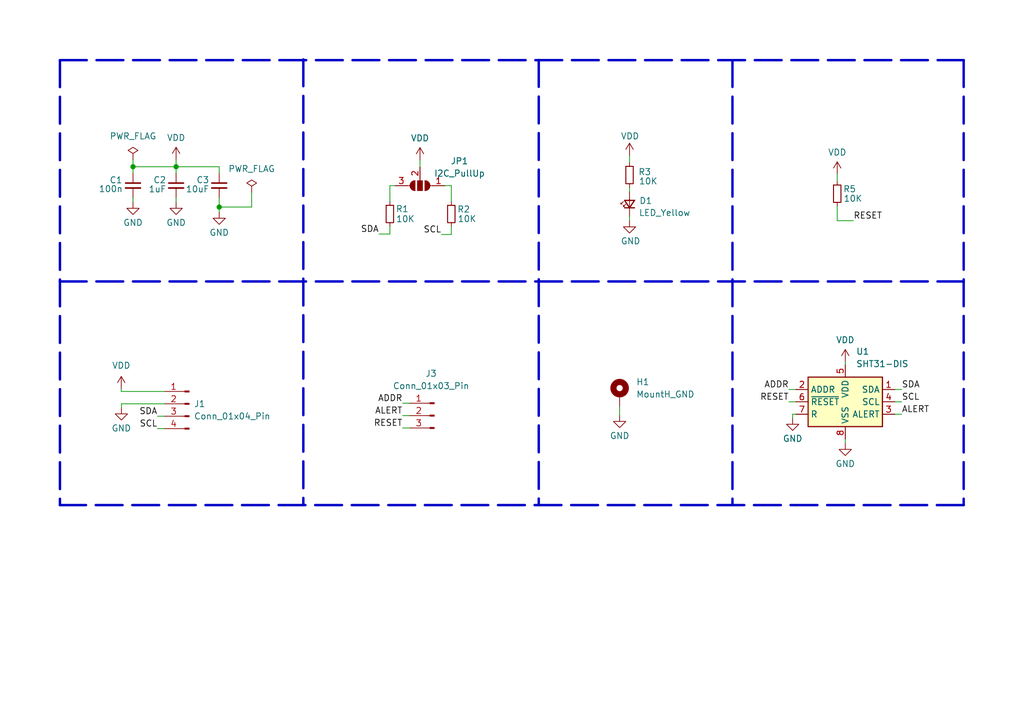
<source format=kicad_sch>
(kicad_sch (version 20230121) (generator eeschema)
  (paper "A5")
  (lib_symbols
    (symbol "Connector:Conn_01x03_Pin" (pin_names (offset 1.016) hide)
      (property "Reference" "J" (at 0 5.08 0))
      (property "Value" "Conn_01x03_Pin" (at 0 -5.08 0))
      (symbol "Conn_01x03_Pin_1_1"
        (polyline (pts (xy 1.27 -2.54) (xy 0.8636 -2.54)) (stroke (width 0.1524)))
        (polyline (pts (xy 1.27 0) (xy 0.8636 0)) (stroke (width 0.1524)))
        (polyline (pts (xy 1.27 2.54) (xy 0.8636 2.54)) (stroke (width 0.1524)))
        (rectangle (start 0.8636 -2.413) (end 0 -2.667) (stroke (width 0.1524)) (fill (type outline)))
        (rectangle (start 0.8636 0.127) (end 0 -0.127) (stroke (width 0.1524)) (fill (type outline)))
        (rectangle (start 0.8636 2.667) (end 0 2.413) (stroke (width 0.1524)) (fill (type outline)))
        (pin passive line (at 5.08 2.54 180) (length 3.81) (name "Pin_1") (number "1"))
        (pin passive line (at 5.08 0 180) (length 3.81) (name "Pin_2") (number "2"))
        (pin passive line (at 5.08 -2.54 180) (length 3.81) (name "Pin_3") (number "3"))
      )
    )
    (symbol "Connector:Conn_01x04_Pin" (pin_names (offset 1.016) hide)
      (property "Reference" "J" (at 0 5.08 0))
      (property "Value" "Conn_01x04_Pin" (at 0 -7.62 0))
      (symbol "Conn_01x04_Pin_1_1"
        (polyline (pts (xy 1.27 -5.08) (xy 0.8636 -5.08)) (stroke (width 0.1524)))
        (polyline (pts (xy 1.27 -2.54) (xy 0.8636 -2.54)) (stroke (width 0.1524)))
        (polyline (pts (xy 1.27 0) (xy 0.8636 0)) (stroke (width 0.1524)))
        (polyline (pts (xy 1.27 2.54) (xy 0.8636 2.54)) (stroke (width 0.1524)))
        (rectangle (start 0.8636 -4.953) (end 0 -5.207) (stroke (width 0.1524)) (fill (type outline)))
        (rectangle (start 0.8636 -2.413) (end 0 -2.667) (stroke (width 0.1524)) (fill (type outline)))
        (rectangle (start 0.8636 0.127) (end 0 -0.127) (stroke (width 0.1524)) (fill (type outline)))
        (rectangle (start 0.8636 2.667) (end 0 2.413) (stroke (width 0.1524)) (fill (type outline)))
        (pin passive line (at 5.08 2.54 180) (length 3.81) (name "Pin_1") (number "1"))
        (pin passive line (at 5.08 0 180) (length 3.81) (name "Pin_2") (number "2"))
        (pin passive line (at 5.08 -2.54 180) (length 3.81) (name "Pin_3") (number "3"))
        (pin passive line (at 5.08 -5.08 180) (length 3.81) (name "Pin_4") (number "4"))
      )
    )
    (symbol "Device:C_Small" (pin_numbers hide) (pin_names (offset 0.254) hide)
      (property "Reference" "C" (at 0.254 1.778 0))
      (property "Value" "C_Small" (at 0.254 -2.032 0))
      (symbol "C_Small_0_1"
        (polyline (pts (xy -1.524 -0.508) (xy 1.524 -0.508)) (stroke (width 0.3302)))
        (polyline (pts (xy -1.524 0.508) (xy 1.524 0.508)) (stroke (width 0.3048)))
      )
      (symbol "C_Small_1_1"
        (pin passive line (at 0 2.54 270) (length 2.032) (name "~") (number "1"))
        (pin passive line (at 0 -2.54 90) (length 2.032) (name "~") (number "2"))
      )
    )
    (symbol "Device:LED_Small" (pin_numbers hide) (pin_names (offset 0.254) hide)
      (property "Reference" "D" (at -1.27 3.175 0))
      (property "Value" "LED_Small" (at -4.445 -2.54 0))
      (symbol "LED_Small_0_1"
        (polyline (pts (xy -0.762 -1.016) (xy -0.762 1.016)) (stroke (width 0.254)))
        (polyline (pts (xy 1.016 0) (xy -0.762 0)))
        (polyline (pts (xy 0.762 -1.016) (xy -0.762 0) (xy 0.762 1.016) (xy 0.762 -1.016)) (stroke (width 0.254)))
        (polyline (pts (xy 0 0.762) (xy -0.508 1.27) (xy -0.254 1.27) (xy -0.508 1.27) (xy -0.508 1.016)))
        (polyline (pts (xy 0.508 1.27) (xy 0 1.778) (xy 0.254 1.778) (xy 0 1.778) (xy 0 1.524)))
      )
      (symbol "LED_Small_1_1"
        (pin passive line (at -2.54 0 0) (length 1.778) (name "K") (number "1"))
        (pin passive line (at 2.54 0 180) (length 1.778) (name "A") (number "2"))
      )
    )
    (symbol "Device:R_Small" (pin_numbers hide) (pin_names (offset 0.254) hide)
      (property "Reference" "R" (at 0.762 0.508 0))
      (property "Value" "R_Small" (at 0.762 -1.016 0))
      (symbol "R_Small_0_1"
        (rectangle (start -0.762 1.778) (end 0.762 -1.778) (stroke (width 0.2032)))
      )
      (symbol "R_Small_1_1"
        (pin passive line (at 0 2.54 270) (length 0.762) (name "~") (number "1"))
        (pin passive line (at 0 -2.54 90) (length 0.762) (name "~") (number "2"))
      )
    )
    (symbol "Jumper:SolderJumper_3_Open" (pin_names (offset 0) hide)
      (property "Reference" "JP" (at -2.54 -2.54 0))
      (property "Value" "SolderJumper_3_Open" (at 0 2.794 0))
      (symbol "SolderJumper_3_Open_0_1"
        (arc (start -1.016 1.016) (mid -2.0276 0) (end -1.016 -1.016))
        (arc (start -1.016 1.016) (mid -2.0276 0) (end -1.016 -1.016) (fill (type outline)))
        (rectangle (start -0.508 1.016) (end 0.508 -1.016) (fill (type outline)))
        (polyline (pts (xy -2.54 0) (xy -2.032 0)))
        (polyline (pts (xy -1.016 1.016) (xy -1.016 -1.016)))
        (polyline (pts (xy 0 -1.27) (xy 0 -1.016)))
        (polyline (pts (xy 1.016 1.016) (xy 1.016 -1.016)))
        (polyline (pts (xy 2.54 0) (xy 2.032 0)))
        (arc (start 1.016 -1.016) (mid 2.0276 0) (end 1.016 1.016))
        (arc (start 1.016 -1.016) (mid 2.0276 0) (end 1.016 1.016) (fill (type outline)))
      )
      (symbol "SolderJumper_3_Open_1_1"
        (pin passive line (at -5.08 0 0) (length 2.54) (name "A") (number "1"))
        (pin passive line (at 0 -3.81 90) (length 2.54) (name "C") (number "2"))
        (pin passive line (at 5.08 0 180) (length 2.54) (name "B") (number "3"))
      )
    )
    (symbol "Mechanical:MountingHole_Pad" (pin_numbers hide) (pin_names (offset 1.016) hide)
      (property "Reference" "H" (at 0 6.35 0))
      (property "Value" "MountingHole_Pad" (at 0 4.445 0))
      (symbol "MountingHole_Pad_0_1"
        (circle (center 0 1.27) (radius 1.27) (stroke (width 1.27)))
      )
      (symbol "MountingHole_Pad_1_1"
        (pin input line (at 0 -2.54 90) (length 2.54) (name "1") (number "1"))
      )
    )
    (symbol "Sensor_Humidity:SHT31-DIS"
      (property "Reference" "U" (at -6.35 6.35 0))
      (property "Value" "SHT31-DIS" (at 6.35 6.35 0))
      (symbol "SHT31-DIS_0_1"
        (rectangle (start -7.62 5.08) (end 7.62 -5.08) (stroke (width 0.254)) (fill (type background)))
      )
      (symbol "SHT31-DIS_1_1"
        (pin bidirectional line (at 10.16 2.54 180) (length 2.54) (name "SDA") (number "1"))
        (pin input line (at -10.16 2.54 0) (length 2.54) (name "ADDR") (number "2"))
        (pin output line (at 10.16 -2.54 180) (length 2.54) (name "ALERT") (number "3"))
        (pin input line (at 10.16 0 180) (length 2.54) (name "SCL") (number "4"))
        (pin power_in line (at 0 7.62 270) (length 2.54) (name "VDD") (number "5"))
        (pin input line (at -10.16 0 0) (length 2.54) (name "~{RESET}") (number "6"))
        (pin passive line (at -10.16 -2.54 0) (length 2.54) (name "R") (number "7"))
        (pin power_in line (at 0 -7.62 90) (length 2.54) (name "VSS") (number "8"))
        (pin passive line (at 0 -7.62 90) (length 2.54) hide (name "VSS") (number "9"))
      )
    )
    (symbol "power:GND" (power) (pin_names (offset 0))
      (property "Value" "GND" (at 0 -3.81 0))
      (symbol "GND_0_1"
        (polyline (pts (xy 0 0) (xy 0 -1.27) (xy 1.27 -1.27) (xy 0 -2.54) (xy -1.27 -1.27) (xy 0 -1.27)))
      )
      (symbol "GND_1_1"
        (pin power_in line (at 0 0 270) (length 0) hide (name "GND") (number "1"))
      )
    )
    (symbol "power:PWR_FLAG" (power) (pin_numbers hide) (pin_names (offset 0) hide)
      (property "Value" "PWR_FLAG" (at 0 3.81 0))
      (symbol "PWR_FLAG_0_0"
        (pin power_out line (at 0 0 90) (length 0) (name "pwr") (number "1"))
      )
      (symbol "PWR_FLAG_0_1"
        (polyline (pts (xy 0 0) (xy 0 1.27) (xy -1.016 1.905) (xy 0 2.54) (xy 1.016 1.905) (xy 0 1.27)))
      )
    )
    (symbol "power:VDD" (power) (pin_names (offset 0))
      (property "Value" "VDD" (at 0 3.81 0))
      (symbol "VDD_0_1"
        (polyline (pts (xy -0.762 1.27) (xy 0 2.54)))
        (polyline (pts (xy 0 0) (xy 0 2.54)))
        (polyline (pts (xy 0 2.54) (xy 0.762 1.27)))
      )
      (symbol "VDD_1_1"
        (pin power_in line (at 0 0 90) (length 0) hide (name "VDD") (number "1"))
      )
    )
  )
  (junction (at 36.1188 34.2138))
  (junction (at 27.2796 34.2138))
  (junction (at 44.958 42.4942))
  (wire (pts (xy 127.0762 83.4644) (xy 127.0762 85.217)))
  (wire (pts (xy 129.1082 44.4246) (xy 129.1082 45.2882)))
  (wire (pts (xy 24.892 82.8802) (xy 24.892 83.6676)))
  (wire (pts (xy 79.9592 38.1) (xy 79.9592 41.3766)))
  (wire (pts (xy 27.2796 40.6146) (xy 27.2796 41.4782)))
  (wire (pts (xy 183.515 82.4738) (xy 184.912 82.4738)))
  (wire (pts (xy 171.704 42.291) (xy 171.704 45.2882)))
  (wire (pts (xy 36.1188 34.2138) (xy 36.1188 35.5346)))
  (wire (pts (xy 92.5576 38.1) (xy 92.5576 41.3766)))
  (wire (pts (xy 163.195 85.0138) (xy 162.56 85.0138)))
  (wire (pts (xy 27.2796 35.5346) (xy 27.2796 34.2138)))
  (wire (pts (xy 90.5256 48.133) (xy 92.5576 48.133)))
  (wire (pts (xy 83.9724 85.2932) (xy 82.5754 85.2932)))
  (polyline (pts (xy 110.49 12.319) (xy 110.49 103.6066)) (stroke (width 0.5) (type dash)))
  (polyline (pts (xy 150.2156 12.3444) (xy 150.2156 103.6066)) (stroke (width 0.5) (type dash)))
  (wire (pts (xy 162.56 85.0138) (xy 162.56 85.8012)))
  (wire (pts (xy 83.9724 87.8332) (xy 82.5754 87.8332)))
  (wire (pts (xy 129.1082 38.4556) (xy 129.1082 39.3446)))
  (wire (pts (xy 51.6128 39.4716) (xy 51.6128 42.4942)))
  (wire (pts (xy 163.195 79.9338) (xy 161.798 79.9338)))
  (polyline (pts (xy 197.6374 12.3444) (xy 197.6374 103.6574)) (stroke (width 0.5) (type dash)))
  (wire (pts (xy 27.2796 32.766) (xy 27.2796 34.2138)))
  (wire (pts (xy 77.724 48.0314) (xy 79.9592 48.0314)))
  (wire (pts (xy 36.1188 40.6146) (xy 36.1188 41.4782)))
  (wire (pts (xy 24.8666 80.3402) (xy 33.7058 80.3402)))
  (wire (pts (xy 24.892 82.8802) (xy 33.7058 82.8802)))
  (wire (pts (xy 171.704 35.7632) (xy 171.704 37.211)))
  (wire (pts (xy 24.8666 79.8068) (xy 24.8666 80.3402)))
  (polyline (pts (xy 12.2936 12.3698) (xy 12.2936 103.6574)) (stroke (width 0.5) (type dash)))
  (wire (pts (xy 44.958 40.6146) (xy 44.958 42.4942)))
  (wire (pts (xy 183.515 85.0138) (xy 184.912 85.0138)))
  (wire (pts (xy 173.355 90.0938) (xy 173.355 90.9574)))
  (wire (pts (xy 173.355 74.2696) (xy 173.355 74.8538)))
  (wire (pts (xy 44.958 35.5346) (xy 44.958 34.2138)))
  (polyline (pts (xy 62.2046 12.192) (xy 62.2046 103.6574)) (stroke (width 0.5) (type dash)))
  (wire (pts (xy 33.7058 87.9602) (xy 32.3088 87.9602)))
  (wire (pts (xy 183.515 79.9338) (xy 184.912 79.9338)))
  (polyline (pts (xy 197.6374 103.6574) (xy 12.2936 103.6574)) (stroke (width 0.5) (type dash)))
  (wire (pts (xy 86.1314 34.29) (xy 86.1314 32.8422)))
  (polyline (pts (xy 12.2936 12.3444) (xy 197.6374 12.3444)) (stroke (width 0.5) (type dash)))
  (wire (pts (xy 163.195 82.4738) (xy 161.798 82.4738)))
  (polyline (pts (xy 12.2682 57.7596) (xy 197.6374 57.7596)) (stroke (width 0.5) (type dash)))
  (wire (pts (xy 44.958 42.4942) (xy 44.958 43.5102)))
  (wire (pts (xy 129.1082 31.9278) (xy 129.1082 33.3756)))
  (wire (pts (xy 79.9592 46.4566) (xy 79.9592 48.0314)))
  (wire (pts (xy 36.1188 34.2138) (xy 44.958 34.2138)))
  (wire (pts (xy 83.9724 82.7532) (xy 82.5754 82.7532)))
  (wire (pts (xy 33.7058 85.4202) (xy 32.3088 85.4202)))
  (wire (pts (xy 79.9592 38.1) (xy 81.0514 38.1)))
  (wire (pts (xy 92.5576 46.4566) (xy 92.5576 48.133)))
  (wire (pts (xy 171.704 45.2882) (xy 175.006 45.2882)))
  (wire (pts (xy 36.1188 34.2138) (xy 36.1188 32.766)))
  (wire (pts (xy 27.2796 34.2138) (xy 36.1188 34.2138)))
  (wire (pts (xy 92.5576 38.1) (xy 91.2114 38.1)))
  (wire (pts (xy 51.6128 42.4942) (xy 44.958 42.4942)))
  (label "SCL" (at 32.3088 87.9602 180))
  (label "SDA" (at 32.3088 85.4202 180))
  (label "SCL" (at 90.5256 48.133 180))
  (label "RESET" (at 82.5754 87.8332 180))
  (label "ALERT" (at 184.912 85.0138 0))
  (label "SDA" (at 77.724 48.0314 180))
  (label "RESET" (at 161.798 82.4738 180))
  (label "RESET" (at 175.006 45.2882 0))
  (label "ADDR" (at 161.798 79.9338 180))
  (label "ADDR" (at 82.5754 82.7532 180))
  (label "SCL" (at 184.912 82.4738 0))
  (label "ALERT" (at 82.5754 85.2932 180))
  (label "SDA" (at 184.912 79.9338 0))
  (symbol (lib_id "power:VDD") (at 129.1082 31.9278 0) (unit 1)
    (property "Reference" "#PWR09" (effects hide))
    (property "Value" "VDD" (at 127.2794 27.94 0) (effects (justify left)))
  )
  (symbol (lib_id "power:GND") (at 27.2796 41.4782 0) (unit 1)
    (property "Reference" "#PWR06" (effects hide))
    (property "Value" "GND" (at 27.2796 45.6946 0))
  )
  (symbol (lib_id "Device:C_Small") (at 44.958 38.0746 0) (mirror y) (unit 1)
    (property "Reference" "C3" (at 42.9514 36.9316 0) (effects (justify left)))
    (property "Value" "10uF" (at 42.9514 38.8112 0) (effects (justify left)))
    (property "Footprint" "Capacitor_SMD:C_0402_1005Metric_Pad0.74x0.62mm_HandSolder" (effects hide))
  )
  (symbol (lib_id "power:GND") (at 36.1188 41.4782 0) (unit 1)
    (property "Reference" "#PWR07" (effects hide))
    (property "Value" "GND" (at 36.1188 45.6946 0))
  )
  (symbol (lib_id "Device:LED_Small") (at 129.1082 41.8846 90) (unit 1)
    (property "Reference" "D1" (at 131.0894 41.1988 90) (effects (justify right)))
    (property "Value" "LED_Yellow" (at 130.9878 43.6626 90) (effects (justify right)))
    (property "Footprint" "LED_SMD:LED_0402_1005Metric_Pad0.77x0.64mm_HandSolder" (effects hide))
  )
  (symbol (lib_id "Device:C_Small") (at 36.1188 38.0746 0) (mirror y) (unit 1)
    (property "Reference" "C2" (at 34.1122 36.9316 0) (effects (justify left)))
    (property "Value" "1uF" (at 34.1122 38.8112 0) (effects (justify left)))
    (property "Footprint" "Capacitor_SMD:C_0402_1005Metric_Pad0.74x0.62mm_HandSolder" (effects hide))
  )
  (symbol (lib_id "power:GND") (at 162.56 85.8012 0) (unit 1)
    (property "Reference" "#PWR03" (effects hide))
    (property "Value" "GND" (at 162.56 90.0176 0))
  )
  (symbol (lib_id "power:PWR_FLAG") (at 27.2796 32.766 0) (unit 1)
    (property "Reference" "#FLG01" (effects hide))
    (property "Value" "PWR_FLAG" (at 27.2796 27.94 0))
  )
  (symbol (lib_id "power:VDD") (at 173.355 74.2696 0) (unit 1)
    (property "Reference" "#PWR01" (effects hide))
    (property "Value" "VDD" (at 173.355 69.7738 0))
  )
  (symbol (lib_id "power:GND") (at 129.1082 45.2882 0) (unit 1)
    (property "Reference" "#PWR010" (effects hide))
    (property "Value" "GND" (at 131.3688 49.4792 0) (effects (justify right)))
  )
  (symbol (lib_id "Device:R_Small") (at 92.5576 43.9166 0) (unit 1)
    (property "Reference" "R2" (at 93.7514 42.9514 0) (effects (justify left)))
    (property "Value" "10K" (at 93.8276 44.9072 0) (effects (justify left)))
    (property "Footprint" "Resistor_SMD:R_0402_1005Metric_Pad0.72x0.64mm_HandSolder" (effects hide))
  )
  (symbol (lib_id "Device:R_Small") (at 79.9592 43.9166 0) (unit 1)
    (property "Reference" "R1" (at 81.153 42.8752 0) (effects (justify left)))
    (property "Value" "10K" (at 81.1784 44.9326 0) (effects (justify left)))
    (property "Footprint" "Resistor_SMD:R_0402_1005Metric_Pad0.72x0.64mm_HandSolder" (effects hide))
  )
  (symbol (lib_id "Device:R_Small") (at 129.1082 35.9156 0) (unit 1)
    (property "Reference" "R3" (at 130.8862 35.2806 0) (effects (justify left)))
    (property "Value" "10K" (at 130.9878 37.1856 0) (effects (justify left)))
    (property "Footprint" "Resistor_SMD:R_0402_1005Metric_Pad0.72x0.64mm_HandSolder" (effects hide))
  )
  (symbol (lib_id "Device:C_Small") (at 27.2796 38.0746 0) (mirror y) (unit 1)
    (property "Reference" "C1" (at 25.146 36.957 0) (effects (justify left)))
    (property "Value" "100n" (at 25.2222 38.7604 0) (effects (justify left)))
    (property "Footprint" "Capacitor_SMD:C_0402_1005Metric_Pad0.74x0.62mm_HandSolder" (effects hide))
  )
  (symbol (lib_id "power:VDD") (at 86.1314 32.8422 0) (unit 1)
    (property "Reference" "#PWR04" (effects hide))
    (property "Value" "VDD" (at 86.1314 28.3464 0))
  )
  (symbol (lib_id "Device:R_Small") (at 171.704 39.751 0) (unit 1)
    (property "Reference" "R5" (at 172.8978 38.7858 0) (effects (justify left)))
    (property "Value" "10K" (at 172.974 40.7416 0) (effects (justify left)))
    (property "Footprint" "Resistor_SMD:R_0402_1005Metric_Pad0.72x0.64mm_HandSolder" (effects hide))
  )
  (symbol (lib_id "Jumper:SolderJumper_3_Open") (at 86.1314 38.1 180) (unit 1)
    (property "Reference" "JP1" (at 94.234 33.0454 0))
    (property "Value" "I2C_PullUp" (at 94.234 35.5854 0))
    (property "Footprint" "Jumper:SolderJumper-3_P1.3mm_Open_RoundedPad1.0x1.5mm_NumberLabels" (effects hide))
  )
  (symbol (lib_id "power:GND") (at 127.0762 85.217 0) (unit 1)
    (property "Reference" "#PWR014" (effects hide))
    (property "Value" "GND" (at 127.0762 89.4334 0))
  )
  (symbol (lib_id "power:VDD") (at 36.1188 32.766 0) (unit 1)
    (property "Reference" "#PWR05" (effects hide))
    (property "Value" "VDD" (at 36.1188 28.2702 0))
  )
  (symbol (lib_id "power:GND") (at 24.892 83.6676 0) (unit 1)
    (property "Reference" "#PWR016" (effects hide))
    (property "Value" "GND" (at 24.892 87.884 0))
  )
  (symbol (lib_id "Connector:Conn_01x04_Pin") (at 38.7858 82.8802 0) (mirror y) (unit 1)
    (property "Reference" "J1" (at 39.751 82.8802 0) (effects (justify right)))
    (property "Value" "Conn_01x04_Pin" (at 39.751 85.4202 0) (effects (justify right)))
    (property "Footprint" "Connector_PinHeader_2.54mm:PinHeader_1x04_P2.54mm_Vertical" (effects hide))
  )
  (symbol (lib_id "power:GND") (at 173.355 90.9574 0) (unit 1)
    (property "Reference" "#PWR02" (effects hide))
    (property "Value" "GND" (at 173.355 95.1738 0))
  )
  (symbol (lib_id "power:GND") (at 44.958 43.5102 0) (unit 1)
    (property "Reference" "#PWR08" (effects hide))
    (property "Value" "GND" (at 44.958 47.7266 0))
  )
  (symbol (lib_id "Mechanical:MountingHole_Pad") (at 127.0762 80.9244 0) (unit 1)
    (property "Reference" "H1" (at 130.4544 78.3844 0) (effects (justify left)))
    (property "Value" "MountH_GND" (at 130.4544 80.9244 0) (effects (justify left)))
    (property "Footprint" "MountingHole:MountingHole_4mm_Pad_TopBottom" (effects hide))
  )
  (symbol (lib_id "power:PWR_FLAG") (at 51.6128 39.4716 0) (unit 1)
    (property "Reference" "#FLG02" (effects hide))
    (property "Value" "PWR_FLAG" (at 51.6128 34.6456 0))
  )
  (symbol (lib_id "power:VDD") (at 24.8666 79.8068 0) (unit 1)
    (property "Reference" "#PWR015" (effects hide))
    (property "Value" "VDD" (at 24.8666 75.0062 0))
  )
  (symbol (lib_id "power:VDD") (at 171.704 35.7632 0) (unit 1)
    (property "Reference" "#PWR013" (effects hide))
    (property "Value" "VDD" (at 171.704 31.2674 0))
  )
  (symbol (lib_id "Connector:Conn_01x03_Pin") (at 89.0524 85.2932 0) (mirror y) (unit 1)
    (property "Reference" "J3" (at 88.4174 76.6572 0))
    (property "Value" "Conn_01x03_Pin" (at 88.4174 79.1972 0))
    (property "Footprint" "Connector_PinHeader_2.54mm:PinHeader_1x03_P2.54mm_Vertical" (effects hide))
  )
  (symbol (lib_id "Sensor_Humidity:SHT31-DIS") (at 173.355 82.4738 0) (unit 1)
    (property "Reference" "U1" (at 175.5491 72.136 0) (effects (justify left)))
    (property "Value" "SHT31-DIS" (at 175.5491 74.676 0) (effects (justify left)))
    (property "Footprint" "Sensor_Humidity:Sensirion_DFN-8-1EP_2.5x2.5mm_P0.5mm_EP1.1x1.7mm" (effects hide))
    (property "Datasheet" "https://www.sensirion.com/fileadmin/user_upload/customers/sensirion/Dokumente/2_Humidity_Sensors/Datasheets/Sensirion_Humidity_Sensors_SHT3x_Datasheet_digital.pdf" (effects hide))
  )
)
</source>
